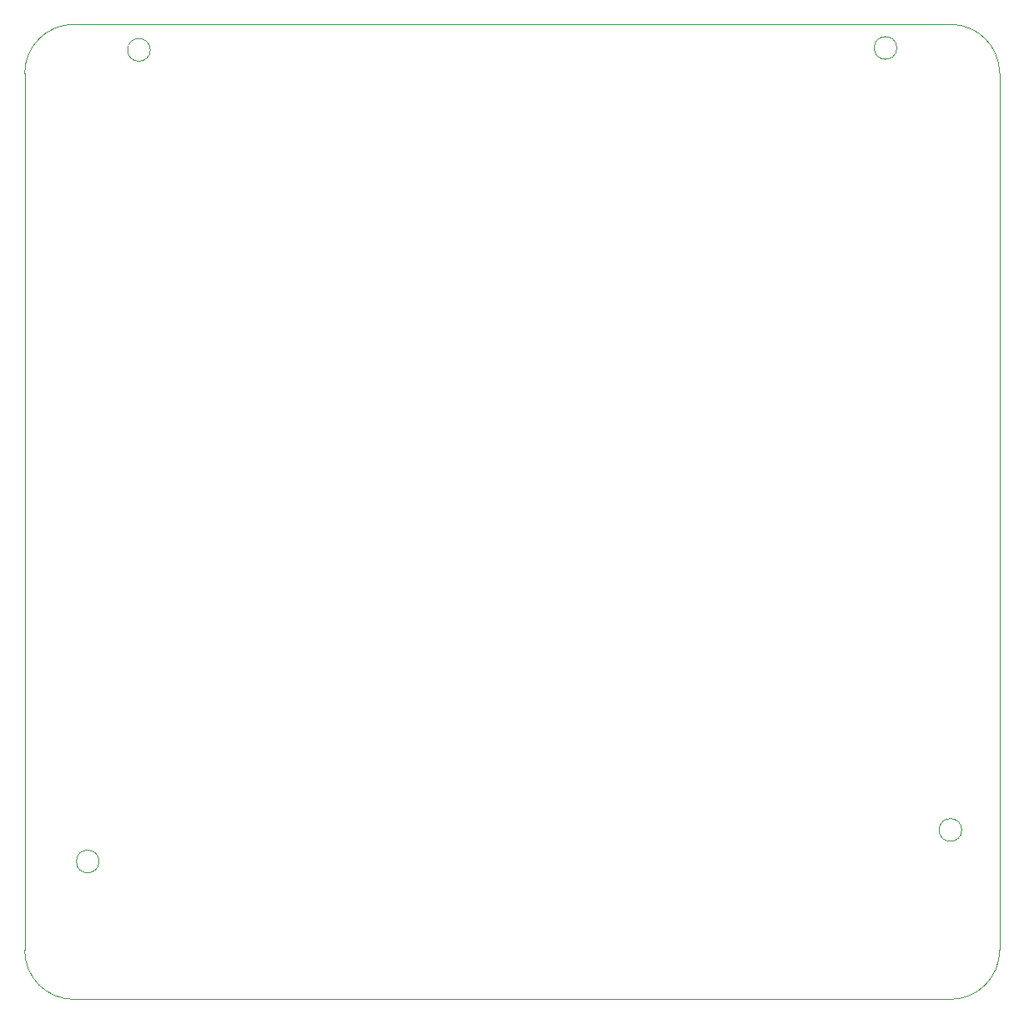
<source format=gbr>
G04 #@! TF.GenerationSoftware,KiCad,Pcbnew,(5.1.4-0-10_14)*
G04 #@! TF.CreationDate,2020-11-17T22:31:18+01:00*
G04 #@! TF.ProjectId,matrix_scanner,6d617472-6978-45f7-9363-616e6e65722e,rev?*
G04 #@! TF.SameCoordinates,Original*
G04 #@! TF.FileFunction,Profile,NP*
%FSLAX46Y46*%
G04 Gerber Fmt 4.6, Leading zero omitted, Abs format (unit mm)*
G04 Created by KiCad (PCBNEW (5.1.4-0-10_14)) date 2020-11-17 22:31:18*
%MOMM*%
%LPD*%
G04 APERTURE LIST*
%ADD10C,0.050000*%
G04 APERTURE END LIST*
D10*
X107152000Y-93800000D02*
G75*
G03X107152000Y-93800000I-1152000J0D01*
G01*
X19552000Y-97000000D02*
G75*
G03X19552000Y-97000000I-1152000J0D01*
G01*
X100552000Y-14400000D02*
G75*
G03X100552000Y-14400000I-1152000J0D01*
G01*
X24752000Y-14600000D02*
G75*
G03X24752000Y-14600000I-1152000J0D01*
G01*
X111000000Y-106000000D02*
G75*
G02X106000000Y-111000000I-5000000J0D01*
G01*
X17000000Y-111000000D02*
G75*
G02X12000000Y-106000000I0J5000000D01*
G01*
X12000000Y-17000000D02*
G75*
G02X17000000Y-12000000I5000000J0D01*
G01*
X106000000Y-12000000D02*
G75*
G02X111000000Y-17000000I0J-5000000D01*
G01*
X111000000Y-106000000D02*
X111000000Y-17000000D01*
X17000000Y-111000000D02*
X106000000Y-111000000D01*
X12000000Y-17000000D02*
X12000000Y-106000000D01*
X106000000Y-12000000D02*
X17000000Y-12000000D01*
M02*

</source>
